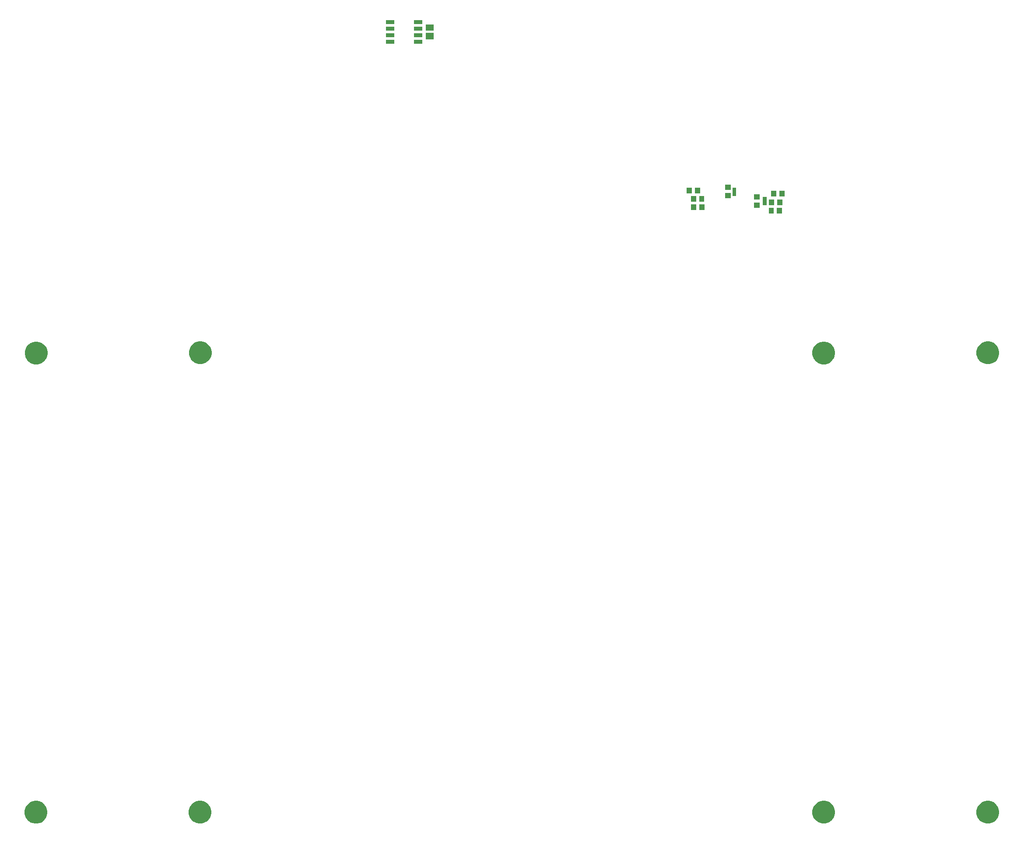
<source format=gbr>
G04 #@! TF.GenerationSoftware,KiCad,Pcbnew,5.1.4-e60b266~84~ubuntu19.04.1*
G04 #@! TF.CreationDate,2019-10-22T08:35:31-04:00*
G04 #@! TF.ProjectId,Forward_acceleration_board,466f7277-6172-4645-9f61-6363656c6572,rev?*
G04 #@! TF.SameCoordinates,Original*
G04 #@! TF.FileFunction,Soldermask,Bot*
G04 #@! TF.FilePolarity,Negative*
%FSLAX46Y46*%
G04 Gerber Fmt 4.6, Leading zero omitted, Abs format (unit mm)*
G04 Created by KiCad (PCBNEW 5.1.4-e60b266~84~ubuntu19.04.1) date 2019-10-22 08:35:31*
%MOMM*%
%LPD*%
G04 APERTURE LIST*
%ADD10C,0.100000*%
G04 APERTURE END LIST*
D10*
G36*
X92742007Y-188913582D02*
G01*
X93118423Y-189069499D01*
X93142565Y-189079499D01*
X93503056Y-189320371D01*
X93809629Y-189626944D01*
X94050501Y-189987435D01*
X94050502Y-189987437D01*
X94216418Y-190387993D01*
X94301000Y-190813219D01*
X94301000Y-191246781D01*
X94216418Y-191672007D01*
X94058786Y-192052563D01*
X94050501Y-192072565D01*
X93809629Y-192433056D01*
X93503056Y-192739629D01*
X93142565Y-192980501D01*
X93142564Y-192980502D01*
X93142563Y-192980502D01*
X92742007Y-193146418D01*
X92316781Y-193231000D01*
X91883219Y-193231000D01*
X91457993Y-193146418D01*
X91057437Y-192980502D01*
X91057436Y-192980502D01*
X91057435Y-192980501D01*
X90696944Y-192739629D01*
X90390371Y-192433056D01*
X90149499Y-192072565D01*
X90141214Y-192052563D01*
X89983582Y-191672007D01*
X89899000Y-191246781D01*
X89899000Y-190813219D01*
X89983582Y-190387993D01*
X90149498Y-189987437D01*
X90149499Y-189987435D01*
X90390371Y-189626944D01*
X90696944Y-189320371D01*
X91057435Y-189079499D01*
X91081577Y-189069499D01*
X91457993Y-188913582D01*
X91883219Y-188829000D01*
X92316781Y-188829000D01*
X92742007Y-188913582D01*
X92742007Y-188913582D01*
G37*
G36*
X276892007Y-188903582D02*
G01*
X277268423Y-189059499D01*
X277292565Y-189069499D01*
X277653056Y-189310371D01*
X277959629Y-189616944D01*
X278200501Y-189977435D01*
X278200502Y-189977437D01*
X278366418Y-190377993D01*
X278451000Y-190803219D01*
X278451000Y-191236781D01*
X278366418Y-191662007D01*
X278362275Y-191672008D01*
X278200501Y-192062565D01*
X277959629Y-192423056D01*
X277653056Y-192729629D01*
X277292565Y-192970501D01*
X277292564Y-192970502D01*
X277292563Y-192970502D01*
X276892007Y-193136418D01*
X276466781Y-193221000D01*
X276033219Y-193221000D01*
X275607993Y-193136418D01*
X275207437Y-192970502D01*
X275207436Y-192970502D01*
X275207435Y-192970501D01*
X274846944Y-192729629D01*
X274540371Y-192423056D01*
X274299499Y-192062565D01*
X274137725Y-191672008D01*
X274133582Y-191662007D01*
X274049000Y-191236781D01*
X274049000Y-190803219D01*
X274133582Y-190377993D01*
X274299498Y-189977437D01*
X274299499Y-189977435D01*
X274540371Y-189616944D01*
X274846944Y-189310371D01*
X275207435Y-189069499D01*
X275231577Y-189059499D01*
X275607993Y-188903582D01*
X276033219Y-188819000D01*
X276466781Y-188819000D01*
X276892007Y-188903582D01*
X276892007Y-188903582D01*
G37*
G36*
X124472007Y-188903582D02*
G01*
X124848423Y-189059499D01*
X124872565Y-189069499D01*
X125233056Y-189310371D01*
X125539629Y-189616944D01*
X125780501Y-189977435D01*
X125780502Y-189977437D01*
X125946418Y-190377993D01*
X126031000Y-190803219D01*
X126031000Y-191236781D01*
X125946418Y-191662007D01*
X125942275Y-191672008D01*
X125780501Y-192062565D01*
X125539629Y-192423056D01*
X125233056Y-192729629D01*
X124872565Y-192970501D01*
X124872564Y-192970502D01*
X124872563Y-192970502D01*
X124472007Y-193136418D01*
X124046781Y-193221000D01*
X123613219Y-193221000D01*
X123187993Y-193136418D01*
X122787437Y-192970502D01*
X122787436Y-192970502D01*
X122787435Y-192970501D01*
X122426944Y-192729629D01*
X122120371Y-192423056D01*
X121879499Y-192062565D01*
X121717725Y-191672008D01*
X121713582Y-191662007D01*
X121629000Y-191236781D01*
X121629000Y-190803219D01*
X121713582Y-190377993D01*
X121879498Y-189977437D01*
X121879499Y-189977435D01*
X122120371Y-189616944D01*
X122426944Y-189310371D01*
X122787435Y-189069499D01*
X122811577Y-189059499D01*
X123187993Y-188903582D01*
X123613219Y-188819000D01*
X124046781Y-188819000D01*
X124472007Y-188903582D01*
X124472007Y-188903582D01*
G37*
G36*
X245142007Y-188893582D02*
G01*
X245542563Y-189059498D01*
X245542565Y-189059499D01*
X245903056Y-189300371D01*
X246209629Y-189606944D01*
X246222993Y-189626945D01*
X246450502Y-189967437D01*
X246616418Y-190367993D01*
X246701000Y-190793219D01*
X246701000Y-191226781D01*
X246616418Y-191652007D01*
X246608133Y-191672008D01*
X246450501Y-192052565D01*
X246209629Y-192413056D01*
X245903056Y-192719629D01*
X245542565Y-192960501D01*
X245542564Y-192960502D01*
X245542563Y-192960502D01*
X245142007Y-193126418D01*
X244716781Y-193211000D01*
X244283219Y-193211000D01*
X243857993Y-193126418D01*
X243457437Y-192960502D01*
X243457436Y-192960502D01*
X243457435Y-192960501D01*
X243096944Y-192719629D01*
X242790371Y-192413056D01*
X242549499Y-192052565D01*
X242391867Y-191672008D01*
X242383582Y-191652007D01*
X242299000Y-191226781D01*
X242299000Y-190793219D01*
X242383582Y-190367993D01*
X242549498Y-189967437D01*
X242777007Y-189626945D01*
X242790371Y-189606944D01*
X243096944Y-189300371D01*
X243457435Y-189059499D01*
X243457437Y-189059498D01*
X243857993Y-188893582D01*
X244283219Y-188809000D01*
X244716781Y-188809000D01*
X245142007Y-188893582D01*
X245142007Y-188893582D01*
G37*
G36*
X92762007Y-100033582D02*
G01*
X93138423Y-100189499D01*
X93162565Y-100199499D01*
X93523056Y-100440371D01*
X93829629Y-100746944D01*
X94070501Y-101107435D01*
X94070502Y-101107437D01*
X94236418Y-101507993D01*
X94321000Y-101933219D01*
X94321000Y-102366781D01*
X94236418Y-102792007D01*
X94074644Y-103182563D01*
X94070501Y-103192565D01*
X93829629Y-103553056D01*
X93523056Y-103859629D01*
X93162565Y-104100501D01*
X93162564Y-104100502D01*
X93162563Y-104100502D01*
X92762007Y-104266418D01*
X92336781Y-104351000D01*
X91903219Y-104351000D01*
X91477993Y-104266418D01*
X91077437Y-104100502D01*
X91077436Y-104100502D01*
X91077435Y-104100501D01*
X90716944Y-103859629D01*
X90410371Y-103553056D01*
X90169499Y-103192565D01*
X90165356Y-103182563D01*
X90003582Y-102792007D01*
X89919000Y-102366781D01*
X89919000Y-101933219D01*
X90003582Y-101507993D01*
X90169498Y-101107437D01*
X90169499Y-101107435D01*
X90410371Y-100746944D01*
X90716944Y-100440371D01*
X91077435Y-100199499D01*
X91101577Y-100189499D01*
X91477993Y-100033582D01*
X91903219Y-99949000D01*
X92336781Y-99949000D01*
X92762007Y-100033582D01*
X92762007Y-100033582D01*
G37*
G36*
X245142007Y-100023582D02*
G01*
X245494281Y-100169499D01*
X245542565Y-100189499D01*
X245903056Y-100430371D01*
X246209629Y-100736944D01*
X246450501Y-101097435D01*
X246450502Y-101097437D01*
X246616418Y-101497993D01*
X246701000Y-101923219D01*
X246701000Y-102356781D01*
X246616418Y-102782007D01*
X246467070Y-103142565D01*
X246450501Y-103182565D01*
X246209629Y-103543056D01*
X245903056Y-103849629D01*
X245542565Y-104090501D01*
X245542564Y-104090502D01*
X245542563Y-104090502D01*
X245142007Y-104256418D01*
X244716781Y-104341000D01*
X244283219Y-104341000D01*
X243857993Y-104256418D01*
X243457437Y-104090502D01*
X243457436Y-104090502D01*
X243457435Y-104090501D01*
X243096944Y-103849629D01*
X242790371Y-103543056D01*
X242549499Y-103182565D01*
X242532930Y-103142565D01*
X242383582Y-102782007D01*
X242299000Y-102356781D01*
X242299000Y-101923219D01*
X242383582Y-101497993D01*
X242549498Y-101097437D01*
X242549499Y-101097435D01*
X242790371Y-100736944D01*
X243096944Y-100430371D01*
X243457435Y-100189499D01*
X243505719Y-100169499D01*
X243857993Y-100023582D01*
X244283219Y-99939000D01*
X244716781Y-99939000D01*
X245142007Y-100023582D01*
X245142007Y-100023582D01*
G37*
G36*
X276902007Y-100003582D02*
G01*
X277254281Y-100149499D01*
X277302565Y-100169499D01*
X277663056Y-100410371D01*
X277969629Y-100716944D01*
X278210501Y-101077435D01*
X278210502Y-101077437D01*
X278376418Y-101477993D01*
X278461000Y-101903219D01*
X278461000Y-102336781D01*
X278376418Y-102762007D01*
X278363991Y-102792008D01*
X278210501Y-103162565D01*
X277969629Y-103523056D01*
X277663056Y-103829629D01*
X277302565Y-104070501D01*
X277302564Y-104070502D01*
X277302563Y-104070502D01*
X276902007Y-104236418D01*
X276476781Y-104321000D01*
X276043219Y-104321000D01*
X275617993Y-104236418D01*
X275217437Y-104070502D01*
X275217436Y-104070502D01*
X275217435Y-104070501D01*
X274856944Y-103829629D01*
X274550371Y-103523056D01*
X274309499Y-103162565D01*
X274156009Y-102792008D01*
X274143582Y-102762007D01*
X274059000Y-102336781D01*
X274059000Y-101903219D01*
X274143582Y-101477993D01*
X274309498Y-101077437D01*
X274309499Y-101077435D01*
X274550371Y-100716944D01*
X274856944Y-100410371D01*
X275217435Y-100169499D01*
X275265719Y-100149499D01*
X275617993Y-100003582D01*
X276043219Y-99919000D01*
X276476781Y-99919000D01*
X276902007Y-100003582D01*
X276902007Y-100003582D01*
G37*
G36*
X124512007Y-99983582D02*
G01*
X124912563Y-100149498D01*
X124912565Y-100149499D01*
X125273056Y-100390371D01*
X125579629Y-100696944D01*
X125820501Y-101057435D01*
X125820502Y-101057437D01*
X125986418Y-101457993D01*
X126071000Y-101883219D01*
X126071000Y-102316781D01*
X125986418Y-102742007D01*
X125820502Y-103142563D01*
X125820501Y-103142565D01*
X125579629Y-103503056D01*
X125273056Y-103809629D01*
X124912565Y-104050501D01*
X124912564Y-104050502D01*
X124912563Y-104050502D01*
X124512007Y-104216418D01*
X124086781Y-104301000D01*
X123653219Y-104301000D01*
X123227993Y-104216418D01*
X122827437Y-104050502D01*
X122827436Y-104050502D01*
X122827435Y-104050501D01*
X122466944Y-103809629D01*
X122160371Y-103503056D01*
X121919499Y-103142565D01*
X121919498Y-103142563D01*
X121753582Y-102742007D01*
X121669000Y-102316781D01*
X121669000Y-101883219D01*
X121753582Y-101457993D01*
X121919498Y-101057437D01*
X121919499Y-101057435D01*
X122160371Y-100696944D01*
X122466944Y-100390371D01*
X122827435Y-100149499D01*
X122827437Y-100149498D01*
X123227993Y-99983582D01*
X123653219Y-99899000D01*
X124086781Y-99899000D01*
X124512007Y-99983582D01*
X124512007Y-99983582D01*
G37*
G36*
X234851000Y-75151000D02*
G01*
X233849000Y-75151000D01*
X233849000Y-74049000D01*
X234851000Y-74049000D01*
X234851000Y-75151000D01*
X234851000Y-75151000D01*
G37*
G36*
X236451000Y-75151000D02*
G01*
X235449000Y-75151000D01*
X235449000Y-74049000D01*
X236451000Y-74049000D01*
X236451000Y-75151000D01*
X236451000Y-75151000D01*
G37*
G36*
X219826000Y-74526000D02*
G01*
X218824000Y-74526000D01*
X218824000Y-73424000D01*
X219826000Y-73424000D01*
X219826000Y-74526000D01*
X219826000Y-74526000D01*
G37*
G36*
X221426000Y-74526000D02*
G01*
X220424000Y-74526000D01*
X220424000Y-73424000D01*
X221426000Y-73424000D01*
X221426000Y-74526000D01*
X221426000Y-74526000D01*
G37*
G36*
X232126000Y-74026000D02*
G01*
X231024000Y-74026000D01*
X231024000Y-73024000D01*
X232126000Y-73024000D01*
X232126000Y-74026000D01*
X232126000Y-74026000D01*
G37*
G36*
X233461000Y-73561000D02*
G01*
X232739000Y-73561000D01*
X232739000Y-71939000D01*
X233461000Y-71939000D01*
X233461000Y-73561000D01*
X233461000Y-73561000D01*
G37*
G36*
X234901000Y-73551000D02*
G01*
X233899000Y-73551000D01*
X233899000Y-72449000D01*
X234901000Y-72449000D01*
X234901000Y-73551000D01*
X234901000Y-73551000D01*
G37*
G36*
X236501000Y-73551000D02*
G01*
X235499000Y-73551000D01*
X235499000Y-72449000D01*
X236501000Y-72449000D01*
X236501000Y-73551000D01*
X236501000Y-73551000D01*
G37*
G36*
X221401000Y-72901000D02*
G01*
X220399000Y-72901000D01*
X220399000Y-71799000D01*
X221401000Y-71799000D01*
X221401000Y-72901000D01*
X221401000Y-72901000D01*
G37*
G36*
X219801000Y-72901000D02*
G01*
X218799000Y-72901000D01*
X218799000Y-71799000D01*
X219801000Y-71799000D01*
X219801000Y-72901000D01*
X219801000Y-72901000D01*
G37*
G36*
X232126000Y-72426000D02*
G01*
X231024000Y-72426000D01*
X231024000Y-71424000D01*
X232126000Y-71424000D01*
X232126000Y-72426000D01*
X232126000Y-72426000D01*
G37*
G36*
X226501000Y-72176000D02*
G01*
X225399000Y-72176000D01*
X225399000Y-71174000D01*
X226501000Y-71174000D01*
X226501000Y-72176000D01*
X226501000Y-72176000D01*
G37*
G36*
X235301000Y-71876000D02*
G01*
X234299000Y-71876000D01*
X234299000Y-70774000D01*
X235301000Y-70774000D01*
X235301000Y-71876000D01*
X235301000Y-71876000D01*
G37*
G36*
X236901000Y-71876000D02*
G01*
X235899000Y-71876000D01*
X235899000Y-70774000D01*
X236901000Y-70774000D01*
X236901000Y-71876000D01*
X236901000Y-71876000D01*
G37*
G36*
X227561000Y-71786000D02*
G01*
X226839000Y-71786000D01*
X226839000Y-70164000D01*
X227561000Y-70164000D01*
X227561000Y-71786000D01*
X227561000Y-71786000D01*
G37*
G36*
X218976000Y-71276000D02*
G01*
X217974000Y-71276000D01*
X217974000Y-70174000D01*
X218976000Y-70174000D01*
X218976000Y-71276000D01*
X218976000Y-71276000D01*
G37*
G36*
X220576000Y-71276000D02*
G01*
X219574000Y-71276000D01*
X219574000Y-70174000D01*
X220576000Y-70174000D01*
X220576000Y-71276000D01*
X220576000Y-71276000D01*
G37*
G36*
X226501000Y-70576000D02*
G01*
X225399000Y-70576000D01*
X225399000Y-69574000D01*
X226501000Y-69574000D01*
X226501000Y-70576000D01*
X226501000Y-70576000D01*
G37*
G36*
X166850500Y-42331000D02*
G01*
X165223500Y-42331000D01*
X165223500Y-41579000D01*
X166850500Y-41579000D01*
X166850500Y-42331000D01*
X166850500Y-42331000D01*
G37*
G36*
X161426500Y-42331000D02*
G01*
X159799500Y-42331000D01*
X159799500Y-41579000D01*
X161426500Y-41579000D01*
X161426500Y-42331000D01*
X161426500Y-42331000D01*
G37*
G36*
X169061000Y-41436000D02*
G01*
X167489000Y-41436000D01*
X167489000Y-40234000D01*
X169061000Y-40234000D01*
X169061000Y-41436000D01*
X169061000Y-41436000D01*
G37*
G36*
X161426500Y-41061000D02*
G01*
X159799500Y-41061000D01*
X159799500Y-40309000D01*
X161426500Y-40309000D01*
X161426500Y-41061000D01*
X161426500Y-41061000D01*
G37*
G36*
X166850500Y-41061000D02*
G01*
X165223500Y-41061000D01*
X165223500Y-40309000D01*
X166850500Y-40309000D01*
X166850500Y-41061000D01*
X166850500Y-41061000D01*
G37*
G36*
X169061000Y-39816000D02*
G01*
X167489000Y-39816000D01*
X167489000Y-38614000D01*
X169061000Y-38614000D01*
X169061000Y-39816000D01*
X169061000Y-39816000D01*
G37*
G36*
X161426500Y-39791000D02*
G01*
X159799500Y-39791000D01*
X159799500Y-39039000D01*
X161426500Y-39039000D01*
X161426500Y-39791000D01*
X161426500Y-39791000D01*
G37*
G36*
X166850500Y-39791000D02*
G01*
X165223500Y-39791000D01*
X165223500Y-39039000D01*
X166850500Y-39039000D01*
X166850500Y-39791000D01*
X166850500Y-39791000D01*
G37*
G36*
X166850500Y-38521000D02*
G01*
X165223500Y-38521000D01*
X165223500Y-37769000D01*
X166850500Y-37769000D01*
X166850500Y-38521000D01*
X166850500Y-38521000D01*
G37*
G36*
X161426500Y-38521000D02*
G01*
X159799500Y-38521000D01*
X159799500Y-37769000D01*
X161426500Y-37769000D01*
X161426500Y-38521000D01*
X161426500Y-38521000D01*
G37*
M02*

</source>
